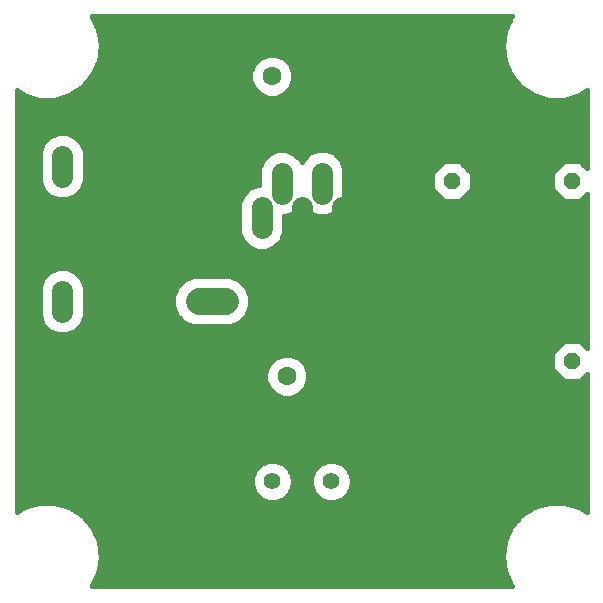
<source format=gbl>
G75*
%MOIN*%
%OFA0B0*%
%FSLAX25Y25*%
%IPPOS*%
%LPD*%
%AMOC8*
5,1,8,0,0,1.08239X$1,22.5*
%
%ADD10OC8,0.06300*%
%ADD11C,0.06300*%
%ADD12C,0.08850*%
%ADD13C,0.07000*%
%ADD14C,0.05600*%
%ADD15OC8,0.05200*%
%ADD16C,0.07050*%
%ADD17C,0.01600*%
D10*
X0106000Y0076000D03*
X0101000Y0176000D03*
D11*
X0091000Y0176000D03*
X0096000Y0076000D03*
D12*
X0075425Y0101000D02*
X0066575Y0101000D01*
X0126575Y0101000D02*
X0135425Y0101000D01*
D13*
X0114400Y0125400D02*
X0114400Y0132400D01*
X0107700Y0136900D02*
X0107700Y0143900D01*
X0101200Y0132400D02*
X0101200Y0125400D01*
X0094300Y0136800D02*
X0094300Y0143800D01*
X0087600Y0132300D02*
X0087600Y0125300D01*
D14*
X0091157Y0041000D03*
X0110843Y0041000D03*
D15*
X0151000Y0081000D03*
X0191000Y0081000D03*
X0191000Y0141000D03*
X0151000Y0141000D03*
D16*
X0040843Y0142475D02*
X0040843Y0149525D01*
X0021157Y0149525D02*
X0021157Y0142475D01*
X0021157Y0104525D02*
X0021157Y0097475D01*
X0040843Y0097475D02*
X0040843Y0104525D01*
D17*
X0023477Y0032373D02*
X0027787Y0029603D01*
X0027787Y0029603D01*
X0031143Y0025732D01*
X0031143Y0025732D01*
X0033271Y0021071D01*
X0033271Y0021071D01*
X0034000Y0016000D01*
X0033271Y0010929D01*
X0033271Y0010929D01*
X0031143Y0006268D01*
X0031143Y0006268D01*
X0030910Y0006000D01*
X0171090Y0006000D01*
X0170857Y0006268D01*
X0170857Y0006268D01*
X0168729Y0010929D01*
X0168000Y0016000D01*
X0168729Y0021071D01*
X0170857Y0025732D01*
X0174212Y0029603D01*
X0174212Y0029603D01*
X0174213Y0029603D01*
X0178523Y0032373D01*
X0178523Y0032373D01*
X0183438Y0033817D01*
X0188562Y0033817D01*
X0193477Y0032373D01*
X0193477Y0032373D01*
X0196000Y0030752D01*
X0196000Y0076666D01*
X0193734Y0074400D01*
X0188266Y0074400D01*
X0184400Y0078266D01*
X0184400Y0083734D01*
X0188266Y0087600D01*
X0193734Y0087600D01*
X0196000Y0085334D01*
X0196000Y0136666D01*
X0193734Y0134400D01*
X0188266Y0134400D01*
X0184400Y0138266D01*
X0184400Y0143734D01*
X0188266Y0147600D01*
X0193734Y0147600D01*
X0196000Y0145334D01*
X0196000Y0171248D01*
X0193477Y0169627D01*
X0193477Y0169627D01*
X0188562Y0168183D01*
X0183438Y0168183D01*
X0178523Y0169627D01*
X0178523Y0169627D01*
X0174213Y0172397D01*
X0174212Y0172397D01*
X0170857Y0176268D01*
X0170857Y0176268D01*
X0168729Y0180929D01*
X0168729Y0180929D01*
X0168000Y0186000D01*
X0168000Y0186000D01*
X0168729Y0191071D01*
X0168729Y0191071D01*
X0170857Y0195732D01*
X0170857Y0195732D01*
X0171090Y0196000D01*
X0030910Y0196000D01*
X0031143Y0195732D01*
X0033271Y0191071D01*
X0034000Y0186000D01*
X0034000Y0186000D01*
X0033271Y0180929D01*
X0033271Y0180929D01*
X0031143Y0176268D01*
X0031143Y0176268D01*
X0027787Y0172397D01*
X0027787Y0172397D01*
X0027787Y0172397D01*
X0023477Y0169627D01*
X0023477Y0169627D01*
X0018562Y0168183D01*
X0013438Y0168183D01*
X0008523Y0169627D01*
X0008523Y0169627D01*
X0006000Y0171248D01*
X0006000Y0030752D01*
X0008523Y0032373D01*
X0008523Y0032373D01*
X0013438Y0033817D01*
X0018562Y0033817D01*
X0023477Y0032373D01*
X0023477Y0032373D01*
X0025036Y0031372D02*
X0176964Y0031372D01*
X0174477Y0029773D02*
X0027523Y0029773D01*
X0029026Y0028175D02*
X0172974Y0028175D01*
X0171589Y0026576D02*
X0030411Y0026576D01*
X0031487Y0024978D02*
X0170513Y0024978D01*
X0169783Y0023379D02*
X0032217Y0023379D01*
X0032947Y0021781D02*
X0169053Y0021781D01*
X0168601Y0020182D02*
X0033399Y0020182D01*
X0033629Y0018584D02*
X0168371Y0018584D01*
X0168142Y0016985D02*
X0033858Y0016985D01*
X0033912Y0015387D02*
X0168088Y0015387D01*
X0168318Y0013788D02*
X0033682Y0013788D01*
X0033452Y0012190D02*
X0168548Y0012190D01*
X0168883Y0010591D02*
X0033117Y0010591D01*
X0032387Y0008993D02*
X0169613Y0008993D01*
X0170343Y0007394D02*
X0031657Y0007394D01*
X0006964Y0031372D02*
X0006000Y0031372D01*
X0006000Y0032970D02*
X0010555Y0032970D01*
X0006000Y0034569D02*
X0088915Y0034569D01*
X0089805Y0034200D02*
X0092510Y0034200D01*
X0095009Y0035235D01*
X0096922Y0037148D01*
X0097957Y0039647D01*
X0097957Y0042353D01*
X0096922Y0044852D01*
X0095009Y0046765D01*
X0092510Y0047800D01*
X0089805Y0047800D01*
X0087306Y0046765D01*
X0085393Y0044852D01*
X0084357Y0042353D01*
X0084357Y0039647D01*
X0085393Y0037148D01*
X0087306Y0035235D01*
X0089805Y0034200D01*
X0093400Y0034569D02*
X0108600Y0034569D01*
X0109490Y0034200D02*
X0112195Y0034200D01*
X0114694Y0035235D01*
X0116607Y0037148D01*
X0117643Y0039647D01*
X0117643Y0042353D01*
X0116607Y0044852D01*
X0114694Y0046765D01*
X0112195Y0047800D01*
X0109490Y0047800D01*
X0106991Y0046765D01*
X0105078Y0044852D01*
X0104043Y0042353D01*
X0104043Y0039647D01*
X0105078Y0037148D01*
X0106991Y0035235D01*
X0109490Y0034200D01*
X0113085Y0034569D02*
X0196000Y0034569D01*
X0196000Y0036167D02*
X0115626Y0036167D01*
X0116863Y0037766D02*
X0196000Y0037766D01*
X0196000Y0039364D02*
X0117525Y0039364D01*
X0117643Y0040963D02*
X0196000Y0040963D01*
X0196000Y0042561D02*
X0117556Y0042561D01*
X0116894Y0044160D02*
X0196000Y0044160D01*
X0196000Y0045758D02*
X0115701Y0045758D01*
X0113265Y0047357D02*
X0196000Y0047357D01*
X0196000Y0048955D02*
X0006000Y0048955D01*
X0006000Y0047357D02*
X0088735Y0047357D01*
X0086299Y0045758D02*
X0006000Y0045758D01*
X0006000Y0044160D02*
X0085106Y0044160D01*
X0084444Y0042561D02*
X0006000Y0042561D01*
X0006000Y0040963D02*
X0084357Y0040963D01*
X0084475Y0039364D02*
X0006000Y0039364D01*
X0006000Y0037766D02*
X0085137Y0037766D01*
X0086374Y0036167D02*
X0006000Y0036167D01*
X0006000Y0050554D02*
X0196000Y0050554D01*
X0196000Y0052152D02*
X0006000Y0052152D01*
X0006000Y0053751D02*
X0196000Y0053751D01*
X0196000Y0055349D02*
X0006000Y0055349D01*
X0006000Y0056948D02*
X0196000Y0056948D01*
X0196000Y0058546D02*
X0006000Y0058546D01*
X0006000Y0060145D02*
X0196000Y0060145D01*
X0196000Y0061743D02*
X0006000Y0061743D01*
X0006000Y0063342D02*
X0196000Y0063342D01*
X0196000Y0064940D02*
X0006000Y0064940D01*
X0006000Y0066539D02*
X0196000Y0066539D01*
X0196000Y0068137D02*
X0006000Y0068137D01*
X0006000Y0069736D02*
X0092439Y0069736D01*
X0091950Y0069939D02*
X0094578Y0068850D01*
X0097422Y0068850D01*
X0100050Y0069939D01*
X0102061Y0071950D01*
X0103150Y0074578D01*
X0103150Y0077422D01*
X0102061Y0080050D01*
X0100050Y0082061D01*
X0097422Y0083150D01*
X0094578Y0083150D01*
X0091950Y0082061D01*
X0089939Y0080050D01*
X0088850Y0077422D01*
X0088850Y0074578D01*
X0089939Y0071950D01*
X0091950Y0069939D01*
X0090554Y0071334D02*
X0006000Y0071334D01*
X0006000Y0072933D02*
X0089531Y0072933D01*
X0088869Y0074532D02*
X0006000Y0074532D01*
X0006000Y0076130D02*
X0088850Y0076130D01*
X0088977Y0077729D02*
X0006000Y0077729D01*
X0006000Y0079327D02*
X0089639Y0079327D01*
X0090814Y0080926D02*
X0006000Y0080926D01*
X0006000Y0082524D02*
X0093067Y0082524D01*
X0098933Y0082524D02*
X0184400Y0082524D01*
X0184400Y0080926D02*
X0101186Y0080926D01*
X0102361Y0079327D02*
X0184400Y0079327D01*
X0184938Y0077729D02*
X0103023Y0077729D01*
X0103150Y0076130D02*
X0186536Y0076130D01*
X0188135Y0074532D02*
X0103131Y0074532D01*
X0102469Y0072933D02*
X0196000Y0072933D01*
X0196000Y0071334D02*
X0101446Y0071334D01*
X0099561Y0069736D02*
X0196000Y0069736D01*
X0196000Y0074532D02*
X0193865Y0074532D01*
X0195464Y0076130D02*
X0196000Y0076130D01*
X0196000Y0085721D02*
X0195613Y0085721D01*
X0196000Y0087320D02*
X0194014Y0087320D01*
X0196000Y0088918D02*
X0006000Y0088918D01*
X0006000Y0087320D02*
X0187986Y0087320D01*
X0186387Y0085721D02*
X0006000Y0085721D01*
X0006000Y0084123D02*
X0184789Y0084123D01*
X0196000Y0090517D02*
X0024022Y0090517D01*
X0022654Y0089950D02*
X0025420Y0091096D01*
X0027537Y0093212D01*
X0028682Y0095978D01*
X0028682Y0106022D01*
X0027537Y0108788D01*
X0025420Y0110904D01*
X0022654Y0112050D01*
X0019661Y0112050D01*
X0016895Y0110904D01*
X0014778Y0108788D01*
X0013632Y0106022D01*
X0013632Y0095978D01*
X0014778Y0093212D01*
X0016895Y0091096D01*
X0019661Y0089950D01*
X0022654Y0089950D01*
X0026440Y0092115D02*
X0196000Y0092115D01*
X0196000Y0093714D02*
X0079850Y0093714D01*
X0080197Y0093858D02*
X0082567Y0096228D01*
X0083850Y0099324D01*
X0083850Y0102676D01*
X0082567Y0105772D01*
X0080197Y0108142D01*
X0077101Y0109425D01*
X0064899Y0109425D01*
X0061803Y0108142D01*
X0059433Y0105772D01*
X0058150Y0102676D01*
X0058150Y0099324D01*
X0059433Y0096228D01*
X0061803Y0093858D01*
X0064899Y0092575D01*
X0077101Y0092575D01*
X0080197Y0093858D01*
X0081652Y0095312D02*
X0196000Y0095312D01*
X0196000Y0096911D02*
X0082850Y0096911D01*
X0083512Y0098509D02*
X0196000Y0098509D01*
X0196000Y0100108D02*
X0083850Y0100108D01*
X0083850Y0101706D02*
X0196000Y0101706D01*
X0196000Y0103305D02*
X0083590Y0103305D01*
X0082927Y0104903D02*
X0196000Y0104903D01*
X0196000Y0106502D02*
X0081838Y0106502D01*
X0080239Y0108100D02*
X0196000Y0108100D01*
X0196000Y0109699D02*
X0026626Y0109699D01*
X0027822Y0108100D02*
X0061761Y0108100D01*
X0060162Y0106502D02*
X0028484Y0106502D01*
X0028682Y0104903D02*
X0059073Y0104903D01*
X0058410Y0103305D02*
X0028682Y0103305D01*
X0028682Y0101706D02*
X0058150Y0101706D01*
X0058150Y0100108D02*
X0028682Y0100108D01*
X0028682Y0098509D02*
X0058488Y0098509D01*
X0059150Y0096911D02*
X0028682Y0096911D01*
X0028407Y0095312D02*
X0060348Y0095312D01*
X0062150Y0093714D02*
X0027744Y0093714D01*
X0018293Y0090517D02*
X0006000Y0090517D01*
X0006000Y0092115D02*
X0015875Y0092115D01*
X0014570Y0093714D02*
X0006000Y0093714D01*
X0006000Y0095312D02*
X0013908Y0095312D01*
X0013632Y0096911D02*
X0006000Y0096911D01*
X0006000Y0098509D02*
X0013632Y0098509D01*
X0013632Y0100108D02*
X0006000Y0100108D01*
X0006000Y0101706D02*
X0013632Y0101706D01*
X0013632Y0103305D02*
X0006000Y0103305D01*
X0006000Y0104903D02*
X0013632Y0104903D01*
X0013831Y0106502D02*
X0006000Y0106502D01*
X0006000Y0108100D02*
X0014493Y0108100D01*
X0015689Y0109699D02*
X0006000Y0109699D01*
X0006000Y0111297D02*
X0017843Y0111297D01*
X0024471Y0111297D02*
X0196000Y0111297D01*
X0196000Y0112896D02*
X0006000Y0112896D01*
X0006000Y0114494D02*
X0196000Y0114494D01*
X0196000Y0116093D02*
X0006000Y0116093D01*
X0006000Y0117691D02*
X0196000Y0117691D01*
X0196000Y0119290D02*
X0092196Y0119290D01*
X0091848Y0118942D02*
X0089092Y0117800D01*
X0086108Y0117800D01*
X0083352Y0118942D01*
X0081242Y0121052D01*
X0080100Y0123808D01*
X0080100Y0133792D01*
X0081242Y0136548D01*
X0083352Y0138658D01*
X0086108Y0139800D01*
X0086800Y0139800D01*
X0086800Y0145292D01*
X0087942Y0148048D01*
X0090052Y0150158D01*
X0092808Y0151300D01*
X0095792Y0151300D01*
X0098548Y0150158D01*
X0100658Y0148048D01*
X0100979Y0147273D01*
X0101342Y0148148D01*
X0103452Y0150258D01*
X0106208Y0151400D01*
X0109192Y0151400D01*
X0111948Y0150258D01*
X0114058Y0148148D01*
X0115200Y0145392D01*
X0115200Y0135408D01*
X0114058Y0132652D01*
X0111948Y0130542D01*
X0109192Y0129400D01*
X0106208Y0129400D01*
X0103452Y0130542D01*
X0101342Y0132652D01*
X0101021Y0133427D01*
X0100658Y0132552D01*
X0098548Y0130442D01*
X0095792Y0129300D01*
X0095100Y0129300D01*
X0095100Y0123808D01*
X0093958Y0121052D01*
X0091848Y0118942D01*
X0093795Y0120888D02*
X0196000Y0120888D01*
X0196000Y0122487D02*
X0094553Y0122487D01*
X0095100Y0124085D02*
X0196000Y0124085D01*
X0196000Y0125684D02*
X0095100Y0125684D01*
X0095100Y0127282D02*
X0196000Y0127282D01*
X0196000Y0128881D02*
X0095100Y0128881D01*
X0098586Y0130479D02*
X0103602Y0130479D01*
X0101915Y0132078D02*
X0100185Y0132078D01*
X0111798Y0130479D02*
X0196000Y0130479D01*
X0196000Y0132078D02*
X0113485Y0132078D01*
X0114483Y0133676D02*
X0196000Y0133676D01*
X0196000Y0135275D02*
X0194609Y0135275D01*
X0187391Y0135275D02*
X0154609Y0135275D01*
X0153734Y0134400D02*
X0157600Y0138266D01*
X0157600Y0143734D01*
X0153734Y0147600D01*
X0148266Y0147600D01*
X0144400Y0143734D01*
X0144400Y0138266D01*
X0148266Y0134400D01*
X0153734Y0134400D01*
X0156207Y0136873D02*
X0185793Y0136873D01*
X0184400Y0138472D02*
X0157600Y0138472D01*
X0157600Y0140070D02*
X0184400Y0140070D01*
X0184400Y0141669D02*
X0157600Y0141669D01*
X0157600Y0143268D02*
X0184400Y0143268D01*
X0185532Y0144866D02*
X0156468Y0144866D01*
X0154869Y0146465D02*
X0187131Y0146465D01*
X0194869Y0146465D02*
X0196000Y0146465D01*
X0196000Y0148063D02*
X0114094Y0148063D01*
X0114756Y0146465D02*
X0147131Y0146465D01*
X0145532Y0144866D02*
X0115200Y0144866D01*
X0115200Y0143268D02*
X0144400Y0143268D01*
X0144400Y0141669D02*
X0115200Y0141669D01*
X0115200Y0140070D02*
X0144400Y0140070D01*
X0144400Y0138472D02*
X0115200Y0138472D01*
X0115200Y0136873D02*
X0145793Y0136873D01*
X0147391Y0135275D02*
X0115145Y0135275D01*
X0101306Y0148063D02*
X0100644Y0148063D01*
X0099045Y0149662D02*
X0102855Y0149662D01*
X0105870Y0151260D02*
X0095888Y0151260D01*
X0092712Y0151260D02*
X0028584Y0151260D01*
X0028682Y0151022D02*
X0027537Y0153788D01*
X0025420Y0155904D01*
X0022654Y0157050D01*
X0019661Y0157050D01*
X0016895Y0155904D01*
X0014778Y0153788D01*
X0013632Y0151022D01*
X0013632Y0140978D01*
X0014778Y0138212D01*
X0016895Y0136096D01*
X0019661Y0134950D01*
X0022654Y0134950D01*
X0025420Y0136096D01*
X0027537Y0138212D01*
X0028682Y0140978D01*
X0028682Y0151022D01*
X0028682Y0149662D02*
X0089555Y0149662D01*
X0087956Y0148063D02*
X0028682Y0148063D01*
X0028682Y0146465D02*
X0087286Y0146465D01*
X0086800Y0144866D02*
X0028682Y0144866D01*
X0028682Y0143268D02*
X0086800Y0143268D01*
X0086800Y0141669D02*
X0028682Y0141669D01*
X0028306Y0140070D02*
X0086800Y0140070D01*
X0083165Y0138472D02*
X0027644Y0138472D01*
X0026198Y0136873D02*
X0081567Y0136873D01*
X0080714Y0135275D02*
X0023439Y0135275D01*
X0018876Y0135275D02*
X0006000Y0135275D01*
X0006000Y0136873D02*
X0016117Y0136873D01*
X0014671Y0138472D02*
X0006000Y0138472D01*
X0006000Y0140070D02*
X0014008Y0140070D01*
X0013632Y0141669D02*
X0006000Y0141669D01*
X0006000Y0143268D02*
X0013632Y0143268D01*
X0013632Y0144866D02*
X0006000Y0144866D01*
X0006000Y0146465D02*
X0013632Y0146465D01*
X0013632Y0148063D02*
X0006000Y0148063D01*
X0006000Y0149662D02*
X0013632Y0149662D01*
X0013731Y0151260D02*
X0006000Y0151260D01*
X0006000Y0152859D02*
X0014393Y0152859D01*
X0015448Y0154457D02*
X0006000Y0154457D01*
X0006000Y0156056D02*
X0017260Y0156056D01*
X0025055Y0156056D02*
X0196000Y0156056D01*
X0196000Y0157654D02*
X0006000Y0157654D01*
X0006000Y0159253D02*
X0196000Y0159253D01*
X0196000Y0160851D02*
X0006000Y0160851D01*
X0006000Y0162450D02*
X0196000Y0162450D01*
X0196000Y0164048D02*
X0006000Y0164048D01*
X0006000Y0165647D02*
X0196000Y0165647D01*
X0196000Y0167245D02*
X0006000Y0167245D01*
X0006000Y0168844D02*
X0011189Y0168844D01*
X0007253Y0170442D02*
X0006000Y0170442D01*
X0020811Y0168844D02*
X0181189Y0168844D01*
X0177253Y0170442D02*
X0095554Y0170442D01*
X0095050Y0169939D02*
X0097061Y0171950D01*
X0098150Y0174578D01*
X0098150Y0177422D01*
X0097061Y0180050D01*
X0095050Y0182061D01*
X0092422Y0183150D01*
X0089578Y0183150D01*
X0086950Y0182061D01*
X0084939Y0180050D01*
X0083850Y0177422D01*
X0083850Y0174578D01*
X0084939Y0171950D01*
X0086950Y0169939D01*
X0089578Y0168850D01*
X0092422Y0168850D01*
X0095050Y0169939D01*
X0097099Y0172041D02*
X0174766Y0172041D01*
X0173136Y0173639D02*
X0097761Y0173639D01*
X0098150Y0175238D02*
X0171751Y0175238D01*
X0170598Y0176836D02*
X0098150Y0176836D01*
X0097731Y0178435D02*
X0169868Y0178435D01*
X0169138Y0180033D02*
X0097068Y0180033D01*
X0095480Y0181632D02*
X0168628Y0181632D01*
X0168398Y0183230D02*
X0033602Y0183230D01*
X0033372Y0181632D02*
X0086520Y0181632D01*
X0084932Y0180033D02*
X0032862Y0180033D01*
X0032132Y0178435D02*
X0084269Y0178435D01*
X0083850Y0176836D02*
X0031402Y0176836D01*
X0030249Y0175238D02*
X0083850Y0175238D01*
X0084239Y0173639D02*
X0028864Y0173639D01*
X0027234Y0172041D02*
X0084901Y0172041D01*
X0086446Y0170442D02*
X0024747Y0170442D01*
X0033832Y0184829D02*
X0168168Y0184829D01*
X0168061Y0186427D02*
X0033939Y0186427D01*
X0033709Y0188026D02*
X0168291Y0188026D01*
X0168521Y0189624D02*
X0033479Y0189624D01*
X0033202Y0191223D02*
X0168798Y0191223D01*
X0169528Y0192821D02*
X0032472Y0192821D01*
X0031742Y0194420D02*
X0170258Y0194420D01*
X0194747Y0170442D02*
X0196000Y0170442D01*
X0196000Y0168844D02*
X0190811Y0168844D01*
X0196000Y0154457D02*
X0026867Y0154457D01*
X0027922Y0152859D02*
X0196000Y0152859D01*
X0196000Y0151260D02*
X0109530Y0151260D01*
X0112545Y0149662D02*
X0196000Y0149662D01*
X0108420Y0047357D02*
X0093580Y0047357D01*
X0096016Y0045758D02*
X0105984Y0045758D01*
X0104791Y0044160D02*
X0097209Y0044160D01*
X0097871Y0042561D02*
X0104129Y0042561D01*
X0104043Y0040963D02*
X0097957Y0040963D01*
X0097840Y0039364D02*
X0104160Y0039364D01*
X0104822Y0037766D02*
X0097178Y0037766D01*
X0095941Y0036167D02*
X0106059Y0036167D01*
X0180555Y0032970D02*
X0021445Y0032970D01*
X0006000Y0119290D02*
X0083004Y0119290D01*
X0081405Y0120888D02*
X0006000Y0120888D01*
X0006000Y0122487D02*
X0080647Y0122487D01*
X0080100Y0124085D02*
X0006000Y0124085D01*
X0006000Y0125684D02*
X0080100Y0125684D01*
X0080100Y0127282D02*
X0006000Y0127282D01*
X0006000Y0128881D02*
X0080100Y0128881D01*
X0080100Y0130479D02*
X0006000Y0130479D01*
X0006000Y0132078D02*
X0080100Y0132078D01*
X0080100Y0133676D02*
X0006000Y0133676D01*
X0191445Y0032970D02*
X0196000Y0032970D01*
X0196000Y0031372D02*
X0195036Y0031372D01*
M02*

</source>
